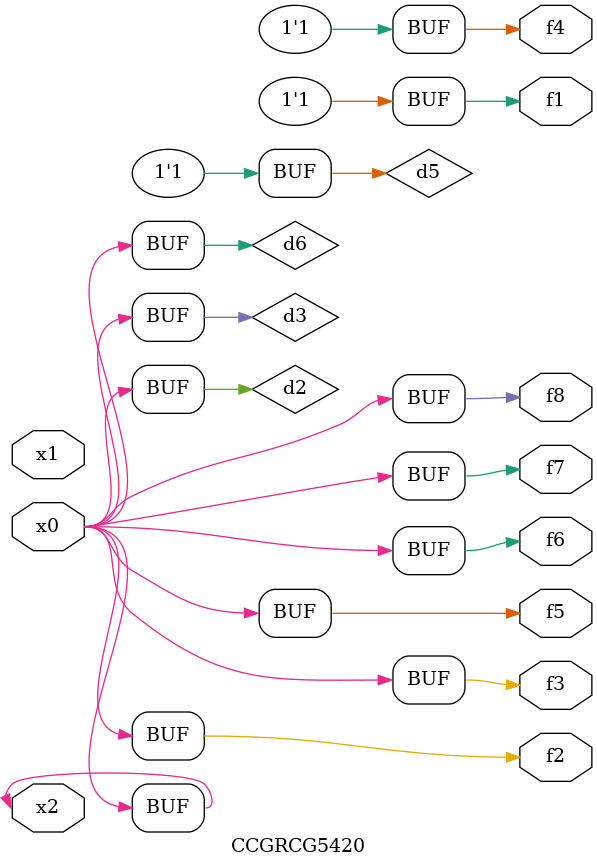
<source format=v>
module CCGRCG5420(
	input x0, x1, x2,
	output f1, f2, f3, f4, f5, f6, f7, f8
);

	wire d1, d2, d3, d4, d5, d6;

	xnor (d1, x2);
	buf (d2, x0, x2);
	and (d3, x0);
	xnor (d4, x1, x2);
	nand (d5, d1, d3);
	buf (d6, d2, d3);
	assign f1 = d5;
	assign f2 = d6;
	assign f3 = d6;
	assign f4 = d5;
	assign f5 = d6;
	assign f6 = d6;
	assign f7 = d6;
	assign f8 = d6;
endmodule

</source>
